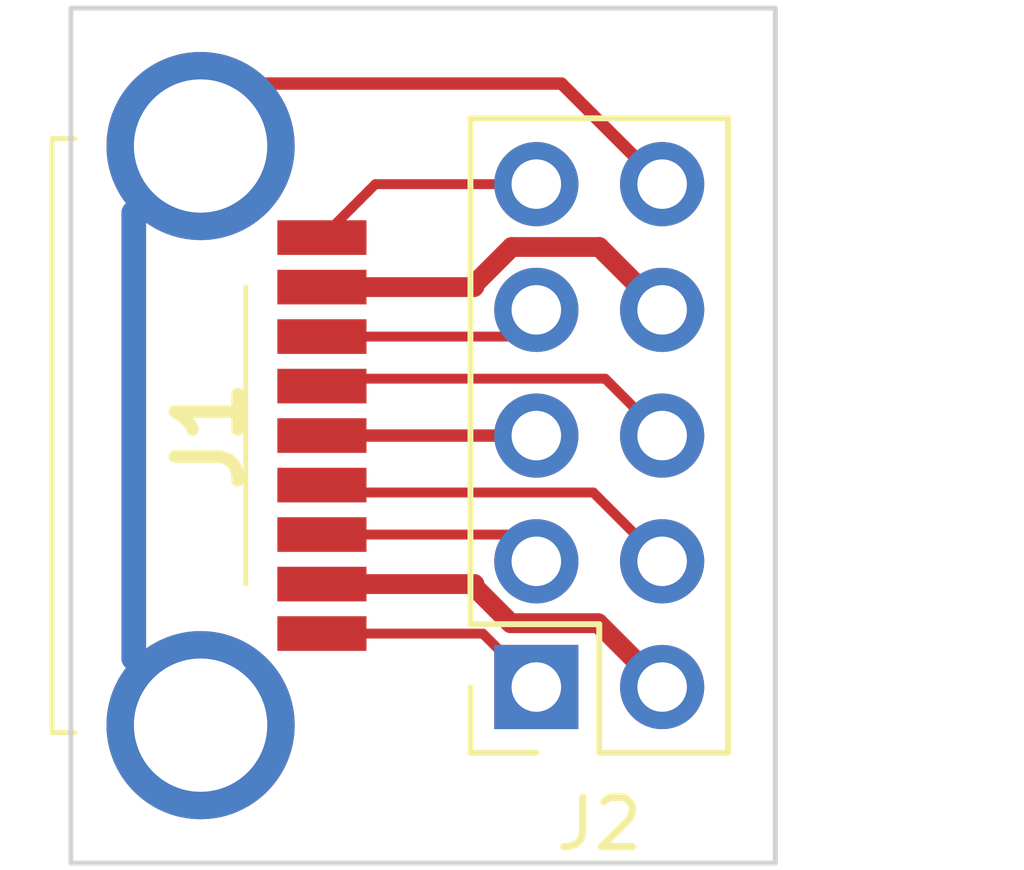
<source format=kicad_pcb>
(kicad_pcb (version 20221018) (generator pcbnew)
  (layers (0 "F.Cu" signal) (31 "B.Cu" signal) (34 "B.Paste" user) (35 "F.Paste" user) (36 "B.SilkS" user "B.Silkscreen") (37 "F.SilkS" user "F.Silkscreen") (38 "B.Mask" user) (39 "F.Mask" user) (44 "Edge.Cuts" user))
  (net 0 "")
  (net 1 "/VBUS")
  (net 2 "/D-")
  (net 3 "/D+")
  (net 4 "/GND")
  (net 5 "/SSRX-")
  (net 6 "/SSRX+")
  (net 7 "/DRAIN")
  (net 8 "/SSTX-")
  (net 9 "/SSTX+")
  (net 10 "/SHIELD")
  (footprint "Connector_PinSocket_2.54mm:PinSocket_2x05_P2.54mm_Vertical" (layer "F.Cu") (at 155.956 99.314 180)
    (fp_text reference "J2" (at -1.27 -2.77) (layer "F.SilkS"))
    (fp_text value "Conn_02x05_Odd_Even")
    (fp_line (start -3.87 -1.33) (end -3.87 11.49) (stroke (width 0.12)) (layer "F.SilkS"))
    (fp_line (start -3.87 -1.33) (end -1.27 -1.33) (stroke (width 0.12)) (layer "F.SilkS"))
    (fp_line (start -3.87 11.49) (end 1.33 11.49) (stroke (width 0.12)) (layer "F.SilkS"))
    (fp_line (start -1.27 -1.33) (end -1.27 1.27) (stroke (width 0.12)) (layer "F.SilkS"))
    (fp_line (start -1.27 1.27) (end 1.33 1.27) (stroke (width 0.12)) (layer "F.SilkS"))
    (fp_line (start 0 -1.33) (end 1.33 -1.33) (stroke (width 0.12)) (layer "F.SilkS"))
    (fp_line (start 1.33 -1.33) (end 1.33 0) (stroke (width 0.12)) (layer "F.SilkS"))
    (fp_line (start 1.33 1.27) (end 1.33 11.49) (stroke (width 0.12)) (layer "F.SilkS"))
    (pad "1" thru_hole rect (at 0 0 180) (size 1.7 1.7) (drill 1) (layers "*.Cu" "*.Mask") (net 9 "/SSTX+"))
    (pad "2" thru_hole oval (at -2.54 0 180) (size 1.7 1.7) (drill 1) (layers "*.Cu" "*.Mask") (net 1 "/VBUS"))
    (pad "3" thru_hole oval (at 0 2.54 180) (size 1.7 1.7) (drill 1) (layers "*.Cu" "*.Mask") (net 8 "/SSTX-"))
    (pad "4" thru_hole oval (at -2.54 2.54 180) (size 1.7 1.7) (drill 1) (layers "*.Cu" "*.Mask") (net 2 "/D-"))
    (pad "5" thru_hole oval (at 0 5.08 180) (size 1.7 1.7) (drill 1) (layers "*.Cu" "*.Mask") (net 7 "/DRAIN"))
    (pad "6" thru_hole oval (at -2.54 5.08 180) (size 1.7 1.7) (drill 1) (layers "*.Cu" "*.Mask") (net 3 "/D+"))
    (pad "7" thru_hole oval (at 0 7.62 180) (size 1.7 1.7) (drill 1) (layers "*.Cu" "*.Mask") (net 6 "/SSRX+"))
    (pad "8" thru_hole oval (at -2.54 7.62 180) (size 1.7 1.7) (drill 1) (layers "*.Cu" "*.Mask") (net 4 "/GND"))
    (pad "9" thru_hole oval (at 0 10.16 180) (size 1.7 1.7) (drill 1) (layers "*.Cu" "*.Mask") (net 5 "/SSRX-"))
    (pad "10" thru_hole oval (at -2.54 10.16 180) (size 1.7 1.7) (drill 1) (layers "*.Cu" "*.Mask") (net 10 "/SHIELD"))
  )
  (footprint "mouser:692112030100-fixed" (layer "F.Cu") (at 149.352 94.234 -90)
    (fp_text reference "J1" (at 0 0 -90) (layer "F.SilkS") (effects (font (size 1.27 1.27) (thickness 0.254))))
    (fp_text value "692112030100-fixed" hide)
    (fp_line (start -6 2.715) (end -6 3.175) (stroke (width 0.1)) (layer "F.SilkS"))
    (fp_line (start -6 3.175) (end 6 3.175) (stroke (width 0.1)) (layer "F.SilkS"))
    (fp_line (start -3 -0.735) (end 3 -0.735) (stroke (width 0.1)) (layer "F.SilkS"))
    (fp_line (start 6 3.175) (end 6 2.715) (stroke (width 0.1)) (layer "F.SilkS"))
    (pad "" np_thru_hole circle (at -2.25 0.175 270) (size 0.001 0.001) (drill 1.1) (layers "*.Cu" "*.Mask"))
    (pad "" np_thru_hole circle (at 2.25 0.175 270) (size 0.001 0.001) (drill 1.1) (layers "*.Cu" "*.Mask"))
    (pad "1" smd rect (at 3 -2.275 270) (size 0.7 1.8) (layers "F.Cu" "F.Paste" "F.Mask") (net 1 "/VBUS"))
    (pad "2" smd rect (at 1 -2.275 270) (size 0.7 1.8) (layers "F.Cu" "F.Paste" "F.Mask") (net 2 "/D-"))
    (pad "3" smd rect (at -1 -2.275 270) (size 0.7 1.8) (layers "F.Cu" "F.Paste" "F.Mask") (net 3 "/D+"))
    (pad "4" smd rect (at -3 -2.275 270) (size 0.7 1.8) (layers "F.Cu" "F.Paste" "F.Mask") (net 4 "/GND"))
    (pad "5" smd rect (at -4 -2.275 270) (size 0.7 1.8) (layers "F.Cu" "F.Paste" "F.Mask") (net 5 "/SSRX-"))
    (pad "6" smd rect (at -2 -2.275 270) (size 0.7 1.8) (layers "F.Cu" "F.Paste" "F.Mask") (net 6 "/SSRX+"))
    (pad "7" smd rect (at 0 -2.275 270) (size 0.7 1.8) (layers "F.Cu" "F.Paste" "F.Mask") (net 7 "/DRAIN"))
    (pad "8" smd rect (at 2 -2.275 270) (size 0.7 1.8) (layers "F.Cu" "F.Paste" "F.Mask") (net 8 "/SSTX-"))
    (pad "9" smd rect (at 4 -2.275 270) (size 0.7 1.8) (layers "F.Cu" "F.Paste" "F.Mask") (net 9 "/SSTX+"))
    (pad "10" thru_hole circle (at -5.85 0.175 270) (size 3.8 3.8) (drill 2.6926) (layers "*.Cu" "*.Mask") (net 10 "/SHIELD"))
    (pad "11" thru_hole circle (at 5.85 0.175 270) (size 3.8 3.8) (drill 2.6926) (layers "*.Cu" "*.Mask") (net 10 "/SHIELD"))
  )
  (gr_rect (start 146.558 85.598) (end 160.782 102.87) (stroke (width 0.1)) (fill none) (layer "Edge.Cuts"))
  (segment (start 155.438233 98.024) (end 157.206 98.024) (width 0.4) (layer "F.Cu") (net 1))
  (segment (start 154.706 97.291767) (end 155.438233 98.024) (width 0.4) (layer "F.Cu") (net 1))
  (segment (start 154.706 97.234) (end 154.706 97.291767) (width 0.4) (layer "F.Cu") (net 1))
  (segment (start 151.627 97.234) (end 154.706 97.234) (width 0.4) (layer "F.Cu") (net 1))
  (segment (start 157.206 98.024) (end 158.496 99.314) (width 0.4) (layer "F.Cu") (net 1))
  (segment (start 157.106 95.384) (end 158.496 96.774) (width 0.2) (layer "F.Cu") (net 2))
  (segment (start 151.627 95.234) (end 151.777 95.384) (width 0.2) (layer "F.Cu") (net 2))
  (segment (start 151.777 95.384) (end 157.106 95.384) (width 0.2) (layer "F.Cu") (net 2))
  (segment (start 151.777 93.084) (end 157.346 93.084) (width 0.2) (layer "F.Cu") (net 3))
  (segment (start 157.346 93.084) (end 158.496 94.234) (width 0.2) (layer "F.Cu") (net 3))
  (segment (start 151.627 93.234) (end 151.777 93.084) (width 0.2) (layer "F.Cu") (net 3))
  (segment (start 154.69615 91.234) (end 154.706 91.22415) (width 0.4) (layer "F.Cu") (net 4))
  (segment (start 154.706 91.176233) (end 155.458233 90.424) (width 0.4) (layer "F.Cu") (net 4))
  (segment (start 154.706 91.22415) (end 154.706 91.176233) (width 0.4) (layer "F.Cu") (net 4))
  (segment (start 157.226 90.424) (end 158.496 91.694) (width 0.4) (layer "F.Cu") (net 4))
  (segment (start 151.627 91.234) (end 154.69615 91.234) (width 0.4) (layer "F.Cu") (net 4))
  (segment (start 155.458233 90.424) (end 157.226 90.424) (width 0.4) (layer "F.Cu") (net 4))
  (segment (start 151.627 90.234) (end 151.697 90.304) (width 0.2) (layer "F.Cu") (net 5))
  (segment (start 152.707 89.154) (end 155.956 89.154) (width 0.2) (layer "F.Cu") (net 5))
  (segment (start 151.627 90.234) (end 152.707 89.154) (width 0.2) (layer "F.Cu") (net 5))
  (segment (start 151.627 92.234) (end 155.416 92.234) (width 0.2) (layer "F.Cu") (net 6))
  (segment (start 155.416 92.234) (end 155.956 91.694) (width 0.2) (layer "F.Cu") (net 6))
  (segment (start 151.627 94.234) (end 155.956 94.234) (width 0.25) (layer "F.Cu") (net 7))
  (segment (start 151.627 96.234) (end 155.416 96.234) (width 0.2) (layer "F.Cu") (net 8))
  (segment (start 155.416 96.234) (end 155.956 96.774) (width 0.2) (layer "F.Cu") (net 8))
  (segment (start 154.876 98.234) (end 155.956 99.314) (width 0.2) (layer "F.Cu") (net 9))
  (segment (start 151.627 98.234) (end 154.876 98.234) (width 0.2) (layer "F.Cu") (net 9))
  (segment (start 156.464 87.122) (end 158.496 89.154) (width 0.25) (layer "F.Cu") (net 10))
  (segment (start 150.439 87.122) (end 156.464 87.122) (width 0.25) (layer "F.Cu") (net 10))
  (segment (start 149.177 88.384) (end 150.439 87.122) (width 0.25) (layer "F.Cu") (net 10))
  (segment (start 149.177 100.084) (end 149.677 100.584) (width 0.5) (layer "B.Cu") (net 10))
  (segment (start 149.177 88.384) (end 147.828 89.733) (width 0.25) (layer "B.Cu") (net 10))
  (segment (start 147.828 98.735) (end 149.177 100.084) (width 0.25) (layer "B.Cu") (net 10))
  (segment (start 147.828 89.733) (end 147.828 98.735) (width 0.5) (layer "B.Cu") (net 10))
)
</source>
